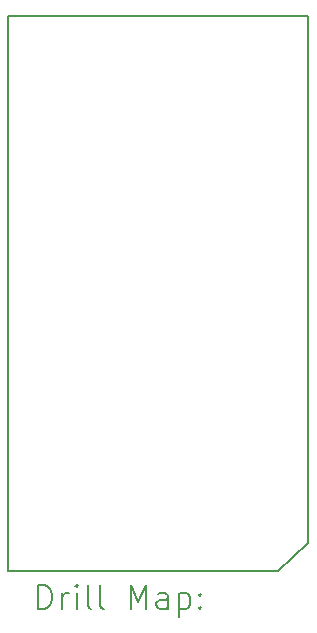
<source format=gbr>
%TF.GenerationSoftware,KiCad,Pcbnew,8.0.6*%
%TF.CreationDate,2025-01-06T22:58:19-05:00*%
%TF.ProjectId,MikroBusCAN,4d696b72-6f42-4757-9343-414e2e6b6963,rev?*%
%TF.SameCoordinates,Original*%
%TF.FileFunction,Drillmap*%
%TF.FilePolarity,Positive*%
%FSLAX45Y45*%
G04 Gerber Fmt 4.5, Leading zero omitted, Abs format (unit mm)*
G04 Created by KiCad (PCBNEW 8.0.6) date 2025-01-06 22:58:19*
%MOMM*%
%LPD*%
G01*
G04 APERTURE LIST*
%ADD10C,0.150000*%
%ADD11C,0.200000*%
G04 APERTURE END LIST*
D10*
X8609600Y-6405800D02*
X6069600Y-6405800D01*
X8609600Y-10866000D02*
X8609600Y-6405800D01*
X6069600Y-11105800D02*
X8355600Y-11105800D01*
X8355600Y-11105800D02*
X8609600Y-10866000D01*
X6069600Y-6405800D02*
X6069600Y-11105800D01*
D11*
X6322877Y-11424784D02*
X6322877Y-11224784D01*
X6322877Y-11224784D02*
X6370496Y-11224784D01*
X6370496Y-11224784D02*
X6399067Y-11234308D01*
X6399067Y-11234308D02*
X6418115Y-11253355D01*
X6418115Y-11253355D02*
X6427639Y-11272403D01*
X6427639Y-11272403D02*
X6437162Y-11310498D01*
X6437162Y-11310498D02*
X6437162Y-11339069D01*
X6437162Y-11339069D02*
X6427639Y-11377165D01*
X6427639Y-11377165D02*
X6418115Y-11396212D01*
X6418115Y-11396212D02*
X6399067Y-11415260D01*
X6399067Y-11415260D02*
X6370496Y-11424784D01*
X6370496Y-11424784D02*
X6322877Y-11424784D01*
X6522877Y-11424784D02*
X6522877Y-11291450D01*
X6522877Y-11329546D02*
X6532401Y-11310498D01*
X6532401Y-11310498D02*
X6541924Y-11300974D01*
X6541924Y-11300974D02*
X6560972Y-11291450D01*
X6560972Y-11291450D02*
X6580020Y-11291450D01*
X6646686Y-11424784D02*
X6646686Y-11291450D01*
X6646686Y-11224784D02*
X6637162Y-11234308D01*
X6637162Y-11234308D02*
X6646686Y-11243831D01*
X6646686Y-11243831D02*
X6656210Y-11234308D01*
X6656210Y-11234308D02*
X6646686Y-11224784D01*
X6646686Y-11224784D02*
X6646686Y-11243831D01*
X6770496Y-11424784D02*
X6751448Y-11415260D01*
X6751448Y-11415260D02*
X6741924Y-11396212D01*
X6741924Y-11396212D02*
X6741924Y-11224784D01*
X6875258Y-11424784D02*
X6856210Y-11415260D01*
X6856210Y-11415260D02*
X6846686Y-11396212D01*
X6846686Y-11396212D02*
X6846686Y-11224784D01*
X7103829Y-11424784D02*
X7103829Y-11224784D01*
X7103829Y-11224784D02*
X7170496Y-11367641D01*
X7170496Y-11367641D02*
X7237162Y-11224784D01*
X7237162Y-11224784D02*
X7237162Y-11424784D01*
X7418115Y-11424784D02*
X7418115Y-11320022D01*
X7418115Y-11320022D02*
X7408591Y-11300974D01*
X7408591Y-11300974D02*
X7389543Y-11291450D01*
X7389543Y-11291450D02*
X7351448Y-11291450D01*
X7351448Y-11291450D02*
X7332401Y-11300974D01*
X7418115Y-11415260D02*
X7399067Y-11424784D01*
X7399067Y-11424784D02*
X7351448Y-11424784D01*
X7351448Y-11424784D02*
X7332401Y-11415260D01*
X7332401Y-11415260D02*
X7322877Y-11396212D01*
X7322877Y-11396212D02*
X7322877Y-11377165D01*
X7322877Y-11377165D02*
X7332401Y-11358117D01*
X7332401Y-11358117D02*
X7351448Y-11348593D01*
X7351448Y-11348593D02*
X7399067Y-11348593D01*
X7399067Y-11348593D02*
X7418115Y-11339069D01*
X7513353Y-11291450D02*
X7513353Y-11491450D01*
X7513353Y-11300974D02*
X7532401Y-11291450D01*
X7532401Y-11291450D02*
X7570496Y-11291450D01*
X7570496Y-11291450D02*
X7589543Y-11300974D01*
X7589543Y-11300974D02*
X7599067Y-11310498D01*
X7599067Y-11310498D02*
X7608591Y-11329546D01*
X7608591Y-11329546D02*
X7608591Y-11386688D01*
X7608591Y-11386688D02*
X7599067Y-11405736D01*
X7599067Y-11405736D02*
X7589543Y-11415260D01*
X7589543Y-11415260D02*
X7570496Y-11424784D01*
X7570496Y-11424784D02*
X7532401Y-11424784D01*
X7532401Y-11424784D02*
X7513353Y-11415260D01*
X7694305Y-11405736D02*
X7703829Y-11415260D01*
X7703829Y-11415260D02*
X7694305Y-11424784D01*
X7694305Y-11424784D02*
X7684782Y-11415260D01*
X7684782Y-11415260D02*
X7694305Y-11405736D01*
X7694305Y-11405736D02*
X7694305Y-11424784D01*
X7694305Y-11300974D02*
X7703829Y-11310498D01*
X7703829Y-11310498D02*
X7694305Y-11320022D01*
X7694305Y-11320022D02*
X7684782Y-11310498D01*
X7684782Y-11310498D02*
X7694305Y-11300974D01*
X7694305Y-11300974D02*
X7694305Y-11320022D01*
M02*

</source>
